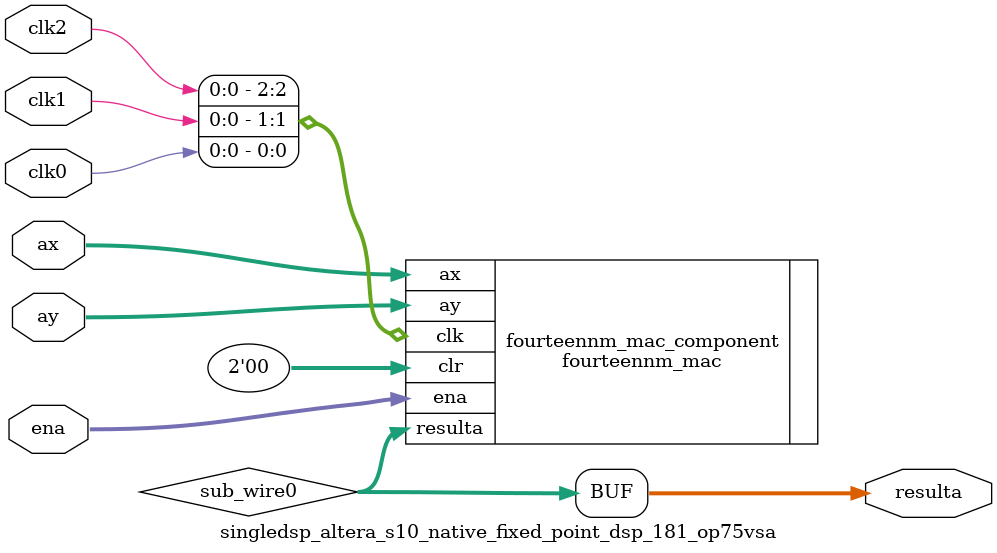
<source format=sv>
`timescale 1 ps / 1 ps
module  singledsp_altera_s10_native_fixed_point_dsp_181_op75vsa  (
            ax,
            ay,
            ena,
            resulta,
            clk0,
            clk1,
            clk2);

            input [17:0] ax;
            input [17:0] ay;
            input [2:0] ena;
            output [36:0] resulta;
            input  clk0;
            input  clk1;
            input  clk2;

            wire [36:0] sub_wire0;
            wire [36:0] resulta = sub_wire0[36:0];

            fourteennm_mac        fourteennm_mac_component (
                                        .ax (ax),
                                        .ay (ay),
                                        .ena (ena),
                                        .clr (2'b00),
                                        .clk ({clk2,clk1,clk0}),
                                        .resulta (sub_wire0));
            defparam

					fourteennm_mac_component.ax_clock="0",
					fourteennm_mac_component.ay_scan_in_clock="0",
					fourteennm_mac_component.az_clock="none",
					fourteennm_mac_component.output_clock="0",
					fourteennm_mac_component.bx_clock="none",
					fourteennm_mac_component.accumulate_clock="none",
					fourteennm_mac_component.accum_pipeline_clock="none",
					fourteennm_mac_component.bz_clock="none",
					fourteennm_mac_component.by_clock="none",
					fourteennm_mac_component.coef_sel_a_clock="none",
					fourteennm_mac_component.coef_sel_b_clock="none",
					fourteennm_mac_component.sub_clock="none",
					fourteennm_mac_component.negate_clock="none",
					fourteennm_mac_component.accum_2nd_pipeline_clock="none",
					fourteennm_mac_component.load_const_clock="none",
					fourteennm_mac_component.load_const_pipeline_clock="none",
					fourteennm_mac_component.load_const_2nd_pipeline_clock="none",
					fourteennm_mac_component.input_pipeline_clock="0",
					fourteennm_mac_component.second_pipeline_clock="0",
					fourteennm_mac_component.input_systolic_clock="none",
					fourteennm_mac_component.preadder_subtract_a = "false",
					fourteennm_mac_component.preadder_subtract_b = "false",
					fourteennm_mac_component.delay_scan_out_ay = "false",
					fourteennm_mac_component.delay_scan_out_by = "false",
					fourteennm_mac_component.ay_use_scan_in = "false",
					fourteennm_mac_component.by_use_scan_in = "false",
					fourteennm_mac_component.operand_source_may = "input",
					fourteennm_mac_component.operand_source_mby = "input",
					fourteennm_mac_component.operand_source_max = "input",
					fourteennm_mac_component.operand_source_mbx = "input",
					fourteennm_mac_component.signed_max = "false",
					fourteennm_mac_component.signed_may = "false",
					fourteennm_mac_component.signed_mbx = "false",
					fourteennm_mac_component.signed_mby = "false",
					fourteennm_mac_component.operation_mode = "m18x18_full",
					fourteennm_mac_component.clear_type = "none",
					fourteennm_mac_component.ax_width = 18,
					fourteennm_mac_component.ay_scan_in_width = 18,
					fourteennm_mac_component.result_a_width = 37,
					fourteennm_mac_component.load_const_value = 0,
					fourteennm_mac_component.coef_a_0 = 0,
					fourteennm_mac_component.coef_a_1 = 0,
					fourteennm_mac_component.coef_a_2 = 0,
					fourteennm_mac_component.coef_a_3 = 0,
					fourteennm_mac_component.coef_a_4 = 0,
					fourteennm_mac_component.coef_a_5 = 0,
					fourteennm_mac_component.coef_a_6 = 0,
					fourteennm_mac_component.coef_a_7 = 0,
					fourteennm_mac_component.coef_b_0 = 0,
					fourteennm_mac_component.coef_b_1 = 0,
					fourteennm_mac_component.coef_b_2 = 0,
					fourteennm_mac_component.coef_b_3 = 0,
					fourteennm_mac_component.coef_b_4 = 0,
					fourteennm_mac_component.coef_b_5 = 0,
					fourteennm_mac_component.coef_b_6 = 0,
					fourteennm_mac_component.coef_b_7 = 0;

endmodule

</source>
